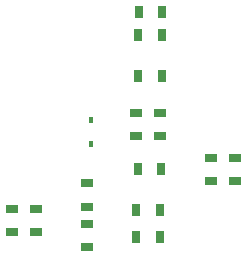
<source format=gtp>
G04 #@! TF.GenerationSoftware,KiCad,Pcbnew,(6.0.5)*
G04 #@! TF.CreationDate,2022-07-25T01:06:31+08:00*
G04 #@! TF.ProjectId,SX7H02060050-1,53583748-3032-4303-9630-3035302d312e,rev?*
G04 #@! TF.SameCoordinates,PX8af34a0PY598cce0*
G04 #@! TF.FileFunction,Paste,Top*
G04 #@! TF.FilePolarity,Positive*
%FSLAX46Y46*%
G04 Gerber Fmt 4.6, Leading zero omitted, Abs format (unit mm)*
G04 Created by KiCad (PCBNEW (6.0.5)) date 2022-07-25 01:06:31*
%MOMM*%
%LPD*%
G01*
G04 APERTURE LIST*
%ADD10R,1.000000X0.800000*%
%ADD11R,0.800000X1.000000*%
%ADD12R,0.450000X0.600000*%
G04 APERTURE END LIST*
D10*
G04 #@! TO.C,D207*
X-6090000Y11110000D03*
X-6090000Y13110000D03*
G04 #@! TD*
G04 #@! TO.C,D213*
X6446000Y21224000D03*
X6446000Y19224000D03*
G04 #@! TD*
G04 #@! TO.C,D209*
X10764000Y15430000D03*
X10764000Y17430000D03*
G04 #@! TD*
G04 #@! TO.C,D214*
X4414000Y19240000D03*
X4414000Y21240000D03*
G04 #@! TD*
D11*
G04 #@! TO.C,D201*
X4600000Y24300000D03*
X6600000Y24300000D03*
G04 #@! TD*
D10*
G04 #@! TO.C,D208*
X-4080000Y11110000D03*
X-4080000Y13110000D03*
G04 #@! TD*
G04 #@! TO.C,D204*
X300000Y13275000D03*
X300000Y15275000D03*
G04 #@! TD*
G04 #@! TO.C,D210*
X12796000Y15430000D03*
X12796000Y17430000D03*
G04 #@! TD*
D11*
G04 #@! TO.C,D212*
X4625000Y27775000D03*
X6625000Y27775000D03*
G04 #@! TD*
G04 #@! TO.C,D206*
X4430000Y13001000D03*
X6430000Y13001000D03*
G04 #@! TD*
G04 #@! TO.C,D202*
X4575000Y16425000D03*
X6575000Y16425000D03*
G04 #@! TD*
D10*
G04 #@! TO.C,D203*
X275000Y11850000D03*
X275000Y9850000D03*
G04 #@! TD*
D11*
G04 #@! TO.C,D211*
X6650000Y29750000D03*
X4650000Y29750000D03*
G04 #@! TD*
G04 #@! TO.C,D205*
X4430000Y10715000D03*
X6430000Y10715000D03*
G04 #@! TD*
D12*
G04 #@! TO.C,D215*
X604000Y20655000D03*
X604000Y18555000D03*
G04 #@! TD*
M02*

</source>
